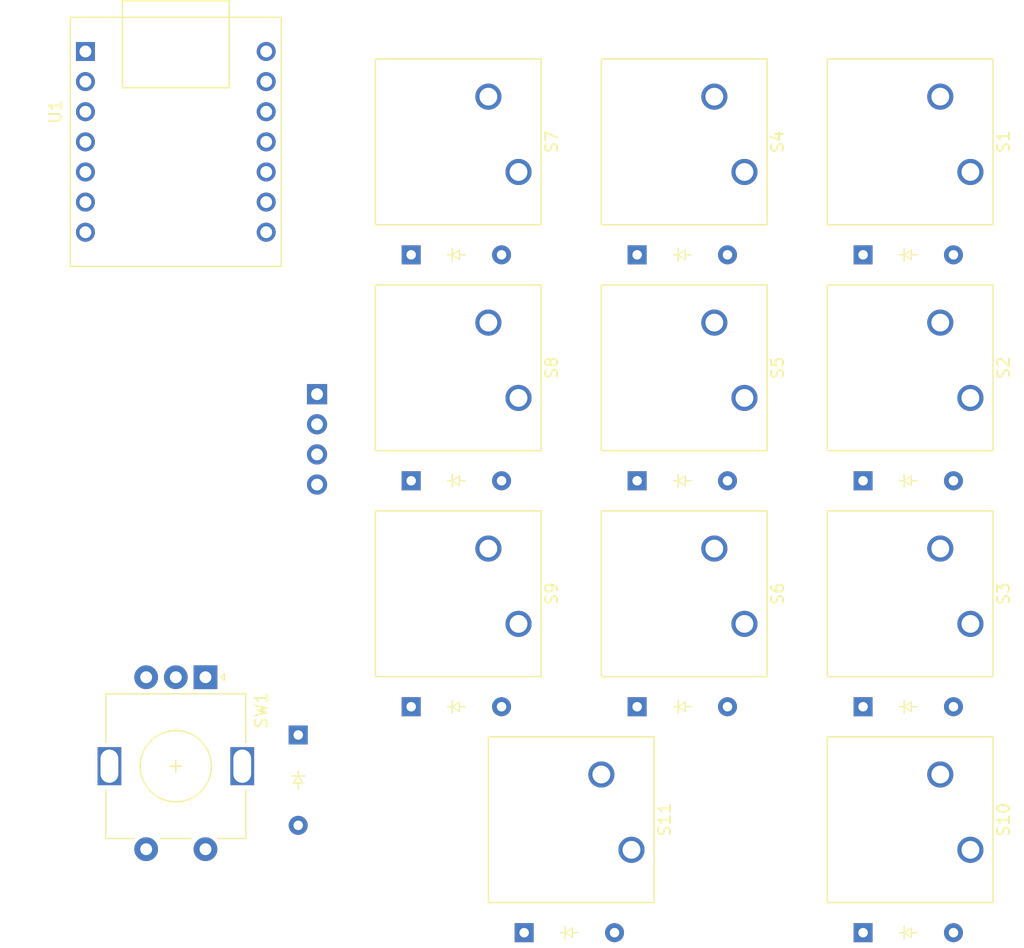
<source format=kicad_pcb>
(kicad_pcb (version 20240108) (generator "pcbnew") (generator_version "8.0")
  (layers (0 "F.Cu" signal) (31 "B.Cu" signal) (34 "B.Paste" user) (35 "F.Paste" user) (36 "B.SilkS" user "B.Silkscreen") (37 "F.SilkS" user "F.Silkscreen") (38 "B.Mask" user) (39 "F.Mask" user) (44 "Edge.Cuts" user))
  (net 0 "")
  (net 1 "Row 0")
  (net 2 "Net-(D1-A)")
  (net 3 "Net-(D2-A)")
  (net 4 "Net-(D3-A)")
  (net 5 "Row 1")
  (net 6 "Net-(D4-A)")
  (net 7 "Net-(D5-A)")
  (net 8 "Net-(D6-A)")
  (net 9 "Net-(D7-A)")
  (net 10 "Row 2")
  (net 11 "Net-(D8-A)")
  (net 12 "Net-(D9-A)")
  (net 13 "Net-(D10-A)")
  (net 14 "Net-(D11-A)")
  (net 15 "Net-(D12-A)")
  (net 16 "GND")
  (net 17 "SDA")
  (net 18 "+5V")
  (net 19 "SCL")
  (net 20 "Col 0")
  (net 21 "Col 1")
  (net 22 "Col 2")
  (net 23 "Col 3")
  (net 24 "Rot B")
  (net 25 "Rot A")
  (footprint "Rotary_Encoder:RotaryEncoder_Alps_EC11E-Switch_Vertical_H20mm" (layer "F.Cu") (at 82.66875 118.95625 -90)
    (property "Reference" "SW1" (at 2.8 -4.7 90) (layer "F.SilkS"))
    (property "Value" "RotaryEncoder_Switch")
    (fp_line (start 5.5 8.4) (end 1.4 8.4) (stroke (width 0.12)) (layer "F.SilkS"))
    (fp_line (start 13.6 8.4) (end 9.5 8.4) (stroke (width 0.12)) (layer "F.SilkS"))
    (fp_line (start 13.6 6) (end 13.6 8.4) (stroke (width 0.12)) (layer "F.SilkS"))
    (fp_line (start 7 2.5) (end 8 2.5) (stroke (width 0.12)) (layer "F.SilkS"))
    (fp_line (start 7.5 2) (end 7.5 3) (stroke (width 0.12)) (layer "F.SilkS"))
    (fp_line (start 13.6 1.2) (end 13.6 3.8) (stroke (width 0.12)) (layer "F.SilkS"))
    (fp_line (start 0 -1.3) (end -0.3 -1.6) (stroke (width 0.12)) (layer "F.SilkS"))
    (fp_line (start -0.3 -1.6) (end 0.3 -1.6) (stroke (width 0.12)) (layer "F.SilkS"))
    (fp_line (start 0.3 -1.6) (end 0 -1.3) (stroke (width 0.12)) (layer "F.SilkS"))
    (fp_line (start 1.4 -3.4) (end 1.4 8.4) (stroke (width 0.12)) (layer "F.SilkS"))
    (fp_line (start 5.5 -3.4) (end 1.4 -3.4) (stroke (width 0.12)) (layer "F.SilkS"))
    (fp_line (start 9.5 -3.4) (end 13.6 -3.4) (stroke (width 0.12)) (layer "F.SilkS"))
    (fp_line (start 13.6 -3.4) (end 13.6 -1) (stroke (width 0.12)) (layer "F.SilkS"))
    (fp_circle (center 7.5 2.5) (end 10.5 2.5) (stroke (width 0.12)) (fill none) (layer "F.SilkS"))
    (pad "A" thru_hole rect (at 0 0 270) (size 2 2) (drill 1) (layers "*.Cu" "*.Mask"))
    (pad "B" thru_hole circle (at 0 5 270) (size 2 2) (drill 1) (layers "*.Cu" "*.Mask"))
    (pad "C" thru_hole circle (at 0 2.5 270) (size 2 2) (drill 1) (layers "*.Cu" "*.Mask") (net 16 "GND"))
    (pad "MP" thru_hole rect (at 7.5 -3.1 270) (size 3.2 2) (drill oval 2.8 1.5) (layers "*.Cu" "*.Mask"))
    (pad "MP" thru_hole rect (at 7.5 8.1 270) (size 3.2 2) (drill oval 2.8 1.5) (layers "*.Cu" "*.Mask"))
    (pad "S1" thru_hole circle (at 14.5 5 270) (size 2 2) (drill 1) (layers "*.Cu" "*.Mask") (net 23 "Col 3"))
    (pad "S2" thru_hole circle (at 14.5 0 270) (size 2 2) (drill 1) (layers "*.Cu" "*.Mask") (net 15 "Net-(D12-A)"))
  )
  (footprint "ScottoKeebs_Components:Diode_DO-35" (layer "F.Cu") (at 138.1125 140.49375)
    (property "Reference" "D7" (hide yes))
    (property "Value" "Diode" (hide yes))
    (fp_line (start 3.06 0) (end 3.46 0) (stroke (width 0.1)) (layer "F.SilkS"))
    (fp_line (start 3.46 -0.55) (end 3.46 0.55) (stroke (width 0.1)) (layer "F.SilkS"))
    (fp_line (start 3.46 0) (end 4.06 -0.4) (stroke (width 0.1)) (layer "F.SilkS"))
    (fp_line (start 4.06 -0.4) (end 4.06 0.4) (stroke (width 0.1)) (layer "F.SilkS"))
    (fp_line (start 4.06 0) (end 4.56 0) (stroke (width 0.1)) (layer "F.SilkS"))
    (fp_line (start 4.06 0.4) (end 3.46 0) (stroke (width 0.1)) (layer "F.SilkS"))
    (pad "1" thru_hole rect (at 0 0) (size 1.6 1.6) (drill 0.8) (layers "*.Cu" "*.Mask"))
    (pad "2" thru_hole oval (at 7.62 0) (size 1.6 1.6) (drill 0.8) (layers "*.Cu" "*.Mask"))
  )
  (footprint "ScottoKeebs_Components:Diode_DO-35" (layer "F.Cu") (at 119.0625 121.44375)
    (property "Reference" "D5" (hide yes))
    (property "Value" "Diode" (hide yes))
    (fp_line (start 3.06 0) (end 3.46 0) (stroke (width 0.1)) (layer "F.SilkS"))
    (fp_line (start 3.46 -0.55) (end 3.46 0.55) (stroke (width 0.1)) (layer "F.SilkS"))
    (fp_line (start 3.46 0) (end 4.06 -0.4) (stroke (width 0.1)) (layer "F.SilkS"))
    (fp_line (start 4.06 -0.4) (end 4.06 0.4) (stroke (width 0.1)) (layer "F.SilkS"))
    (fp_line (start 4.06 0) (end 4.56 0) (stroke (width 0.1)) (layer "F.SilkS"))
    (fp_line (start 4.06 0.4) (end 3.46 0) (stroke (width 0.1)) (layer "F.SilkS"))
    (pad "1" thru_hole rect (at 0 0) (size 1.6 1.6) (drill 0.8) (layers "*.Cu" "*.Mask") (net 5 "Row 1"))
    (pad "2" thru_hole oval (at 7.62 0) (size 1.6 1.6) (drill 0.8) (layers "*.Cu" "*.Mask"))
  )
  (footprint "ScottoKeebs_Components:Diode_DO-35" (layer "F.Cu") (at 100.0125 83.34375)
    (property "Reference" "D10" (hide yes))
    (property "Value" "Diode" (hide yes))
    (fp_line (start 3.06 0) (end 3.46 0) (stroke (width 0.1)) (layer "F.SilkS"))
    (fp_line (start 3.46 -0.55) (end 3.46 0.55) (stroke (width 0.1)) (layer "F.SilkS"))
    (fp_line (start 3.46 0) (end 4.06 -0.4) (stroke (width 0.1)) (layer "F.SilkS"))
    (fp_line (start 4.06 -0.4) (end 4.06 0.4) (stroke (width 0.1)) (layer "F.SilkS"))
    (fp_line (start 4.06 0) (end 4.56 0) (stroke (width 0.1)) (layer "F.SilkS"))
    (fp_line (start 4.06 0.4) (end 3.46 0) (stroke (width 0.1)) (layer "F.SilkS"))
    (pad "1" thru_hole rect (at 0 0) (size 1.6 1.6) (drill 0.8) (layers "*.Cu" "*.Mask") (net 1 "Row 0"))
    (pad "2" thru_hole oval (at 7.62 0) (size 1.6 1.6) (drill 0.8) (layers "*.Cu" "*.Mask"))
  )
  (footprint "Button_Switch_Keyboard:SW_Cherry_MX_1.00u_PCB" (layer "F.Cu") (at 128.11125 76.35875 -90)
    (property "Reference" "S4" (at -2.54 -2.794 90) (layer "F.SilkS"))
    (property "Value" "Keyswitch")
    (fp_line (start -9.525 12.065) (end -9.525 -1.905) (stroke (width 0.12)) (layer "F.SilkS"))
    (fp_line (start 4.445 12.065) (end -9.525 12.065) (stroke (width 0.12)) (layer "F.SilkS"))
    (fp_line (start -9.525 -1.905) (end 4.445 -1.905) (stroke (width 0.12)) (layer "F.SilkS"))
    (fp_line (start 4.445 -1.905) (end 4.445 12.065) (stroke (width 0.12)) (layer "F.SilkS"))
    (pad "" np_thru_hole circle (at -7.62 5.08 270) (size 1.7 1.7) (drill 1.7) (layers "*.Cu" "*.Mask"))
    (pad "" np_thru_hole circle (at -2.54 5.08 270) (size 4 4) (drill 4) (layers "*.Cu" "*.Mask"))
    (pad "" np_thru_hole circle (at 2.54 5.08 270) (size 1.7 1.7) (drill 1.7) (layers "*.Cu" "*.Mask"))
    (pad "1" thru_hole circle (at 0 0 270) (size 2.2 2.2) (drill 1.5) (layers "*.Cu" "*.Mask") (net 20 "Col 0"))
    (pad "2" thru_hole circle (at -6.35 2.54 270) (size 2.2 2.2) (drill 1.5) (layers "*.Cu" "*.Mask") (net 6 "Net-(D4-A)"))
  )
  (footprint "Button_Switch_Keyboard:SW_Cherry_MX_1.00u_PCB" (layer "F.Cu") (at 147.16125 133.50875 -90)
    (property "Reference" "S10" (at -2.54 -2.794 90) (layer "F.SilkS"))
    (property "Value" "Keyswitch")
    (fp_line (start -9.525 12.065) (end -9.525 -1.905) (stroke (width 0.12)) (layer "F.SilkS"))
    (fp_line (start 4.445 12.065) (end -9.525 12.065) (stroke (width 0.12)) (layer "F.SilkS"))
    (fp_line (start -9.525 -1.905) (end 4.445 -1.905) (stroke (width 0.12)) (layer "F.SilkS"))
    (fp_line (start 4.445 -1.905) (end 4.445 12.065) (stroke (width 0.12)) (layer "F.SilkS"))
    (pad "" np_thru_hole circle (at -7.62 5.08 270) (size 1.7 1.7) (drill 1.7) (layers "*.Cu" "*.Mask"))
    (pad "" np_thru_hole circle (at -2.54 5.08 270) (size 4 4) (drill 4) (layers "*.Cu" "*.Mask"))
    (pad "" np_thru_hole circle (at 2.54 5.08 270) (size 1.7 1.7) (drill 1.7) (layers "*.Cu" "*.Mask"))
    (pad "1" thru_hole circle (at 0 0 270) (size 2.2 2.2) (drill 1.5) (layers "*.Cu" "*.Mask"))
    (pad "2" thru_hole circle (at -6.35 2.54 270) (size 2.2 2.2) (drill 1.5) (layers "*.Cu" "*.Mask") (net 13 "Net-(D10-A)"))
  )
  (footprint "ScottoKeebs_Components:Diode_DO-35" (layer "F.Cu") (at 109.5375 140.49375)
    (property "Reference" "D8" (hide yes))
    (property "Value" "Diode" (hide yes))
    (fp_line (start 3.06 0) (end 3.46 0) (stroke (width 0.1)) (layer "F.SilkS"))
    (fp_line (start 3.46 -0.55) (end 3.46 0.55) (stroke (width 0.1)) (layer "F.SilkS"))
    (fp_line (start 3.46 0) (end 4.06 -0.4) (stroke (width 0.1)) (layer "F.SilkS"))
    (fp_line (start 4.06 -0.4) (end 4.06 0.4) (stroke (width 0.1)) (layer "F.SilkS"))
    (fp_line (start 4.06 0) (end 4.56 0) (stroke (width 0.1)) (layer "F.SilkS"))
    (fp_line (start 4.06 0.4) (end 3.46 0) (stroke (width 0.1)) (layer "F.SilkS"))
    (pad "1" thru_hole rect (at 0 0) (size 1.6 1.6) (drill 0.8) (layers "*.Cu" "*.Mask") (net 10 "Row 2"))
    (pad "2" thru_hole oval (at 7.62 0) (size 1.6 1.6) (drill 0.8) (layers "*.Cu" "*.Mask"))
  )
  (footprint "ScottoKeebs_Components:Diode_DO-35" (layer "F.Cu") (at 100.0125 102.39375)
    (property "Reference" "D9" (hide yes))
    (property "Value" "Diode" (hide yes))
    (fp_line (start 3.06 0) (end 3.46 0) (stroke (width 0.1)) (layer "F.SilkS"))
    (fp_line (start 3.46 -0.55) (end 3.46 0.55) (stroke (width 0.1)) (layer "F.SilkS"))
    (fp_line (start 3.46 0) (end 4.06 -0.4) (stroke (width 0.1)) (layer "F.SilkS"))
    (fp_line (start 4.06 -0.4) (end 4.06 0.4) (stroke (width 0.1)) (layer "F.SilkS"))
    (fp_line (start 4.06 0) (end 4.56 0) (stroke (width 0.1)) (layer "F.SilkS"))
    (fp_line (start 4.06 0.4) (end 3.46 0) (stroke (width 0.1)) (layer "F.SilkS"))
    (pad "1" thru_hole rect (at 0 0) (size 1.6 1.6) (drill 0.8) (layers "*.Cu" "*.Mask") (net 10 "Row 2"))
    (pad "2" thru_hole oval (at 7.62 0) (size 1.6 1.6) (drill 0.8) (layers "*.Cu" "*.Mask"))
  )
  (footprint "ScottoKeebs_Components:Diode_DO-35" (layer "F.Cu") (at 100.0125 121.44375)
    (property "Reference" "D6" (hide yes))
    (property "Value" "Diode" (hide yes))
    (fp_line (start 3.06 0) (end 3.46 0) (stroke (width 0.1)) (layer "F.SilkS"))
    (fp_line (start 3.46 -0.55) (end 3.46 0.55) (stroke (width 0.1)) (layer "F.SilkS"))
    (fp_line (start 3.46 0) (end 4.06 -0.4) (stroke (width 0.1)) (layer "F.SilkS"))
    (fp_line (start 4.06 -0.4) (end 4.06 0.4) (stroke (width 0.1)) (layer "F.SilkS"))
    (fp_line (start 4.06 0) (end 4.56 0) (stroke (width 0.1)) (layer "F.SilkS"))
    (fp_line (start 4.06 0.4) (end 3.46 0) (stroke (width 0.1)) (layer "F.SilkS"))
    (pad "1" thru_hole rect (at 0 0) (size 1.6 1.6) (drill 0.8) (layers "*.Cu" "*.Mask") (net 5 "Row 1"))
    (pad "2" thru_hole oval (at 7.62 0) (size 1.6 1.6) (drill 0.8) (layers "*.Cu" "*.Mask"))
  )
  (footprint "Button_Switch_Keyboard:SW_Cherry_MX_1.00u_PCB" (layer "F.Cu") (at 147.16125 95.40875 -90)
    (property "Reference" "S2" (at -2.54 -2.794 90) (layer "F.SilkS"))
    (property "Value" "Keyswitch")
    (fp_line (start -9.525 12.065) (end -9.525 -1.905) (stroke (width 0.12)) (layer "F.SilkS"))
    (fp_line (start 4.445 12.065) (end -9.525 12.065) (stroke (width 0.12)) (layer "F.SilkS"))
    (fp_line (start -9.525 -1.905) (end 4.445 -1.905) (stroke (width 0.12)) (layer "F.SilkS"))
    (fp_line (start 4.445 -1.905) (end 4.445 12.065) (stroke (width 0.12)) (layer "F.SilkS"))
    (pad "" np_thru_hole circle (at -7.62 5.08 270) (size 1.7 1.7) (drill 1.7) (layers "*.Cu" "*.Mask"))
    (pad "" np_thru_hole circle (at -2.54 5.08 270) (size 4 4) (drill 4) (layers "*.Cu" "*.Mask"))
    (pad "" np_thru_hole circle (at 2.54 5.08 270) (size 1.7 1.7) (drill 1.7) (layers "*.Cu" "*.Mask"))
    (pad "1" thru_hole circle (at 0 0 270) (size 2.2 2.2) (drill 1.5) (layers "*.Cu" "*.Mask"))
    (pad "2" thru_hole circle (at -6.35 2.54 270) (size 2.2 2.2) (drill 1.5) (layers "*.Cu" "*.Mask") (net 2 "Net-(D1-A)"))
  )
  (footprint "Button_Switch_Keyboard:SW_Cherry_MX_1.00u_PCB" (layer "F.Cu") (at 147.16125 76.35875 -90)
    (property "Reference" "S1" (at -2.54 -2.794 90) (layer "F.SilkS"))
    (property "Value" "Keyswitch")
    (fp_line (start -9.525 12.065) (end -9.525 -1.905) (stroke (width 0.12)) (layer "F.SilkS"))
    (fp_line (start 4.445 12.065) (end -9.525 12.065) (stroke (width 0.12)) (layer "F.SilkS"))
    (fp_line (start -9.525 -1.905) (end 4.445 -1.905) (stroke (width 0.12)) (layer "F.SilkS"))
    (fp_line (start 4.445 -1.905) (end 4.445 12.065) (stroke (width 0.12)) (layer "F.SilkS"))
    (pad "" np_thru_hole circle (at -7.62 5.08 270) (size 1.7 1.7) (drill 1.7) (layers "*.Cu" "*.Mask"))
    (pad "" np_thru_hole circle (at -2.54 5.08 270) (size 4 4) (drill 4) (layers "*.Cu" "*.Mask"))
    (pad "" np_thru_hole circle (at 2.54 5.08 270) (size 1.7 1.7) (drill 1.7) (layers "*.Cu" "*.Mask"))
    (pad "1" thru_hole circle (at 0 0 270) (size 2.2 2.2) (drill 1.5) (layers "*.Cu" "*.Mask"))
    (pad "2" thru_hole circle (at -6.35 2.54 270) (size 2.2 2.2) (drill 1.5) (layers "*.Cu" "*.Mask") (net 4 "Net-(D3-A)"))
  )
  (footprint "Button_Switch_Keyboard:SW_Cherry_MX_1.00u_PCB" (layer "F.Cu") (at 109.06125 95.40875 -90)
    (property "Reference" "S8" (at -2.54 -2.794 90) (layer "F.SilkS"))
    (property "Value" "Keyswitch")
    (fp_line (start -9.525 12.065) (end -9.525 -1.905) (stroke (width 0.12)) (layer "F.SilkS"))
    (fp_line (start 4.445 12.065) (end -9.525 12.065) (stroke (width 0.12)) (layer "F.SilkS"))
    (fp_line (start -9.525 -1.905) (end 4.445 -1.905) (stroke (width 0.12)) (layer "F.SilkS"))
    (fp_line (start 4.445 -1.905) (end 4.445 12.065) (stroke (width 0.12)) (layer "F.SilkS"))
    (pad "" np_thru_hole circle (at -7.62 5.08 270) (size 1.7 1.7) (drill 1.7) (layers "*.Cu" "*.Mask"))
    (pad "" np_thru_hole circle (at -2.54 5.08 270) (size 4 4) (drill 4) (layers "*.Cu" "*.Mask"))
    (pad "" np_thru_hole circle (at 2.54 5.08 270) (size 1.7 1.7) (drill 1.7) (layers "*.Cu" "*.Mask"))
    (pad "1" thru_hole circle (at 0 0 270) (size 2.2 2.2) (drill 1.5) (layers "*.Cu" "*.Mask") (net 21 "Col 1"))
    (pad "2" thru_hole circle (at -6.35 2.54 270) (size 2.2 2.2) (drill 1.5) (layers "*.Cu" "*.Mask") (net 11 "Net-(D8-A)"))
  )
  (footprint "ScottoKeebs_Components:Diode_DO-35" (layer "F.Cu") (at 138.1125 102.39375)
    (property "Reference" "D3" (hide yes))
    (property "Value" "Diode" (hide yes))
    (fp_line (start 3.06 0) (end 3.46 0) (stroke (width 0.1)) (layer "F.SilkS"))
    (fp_line (start 3.46 -0.55) (end 3.46 0.55) (stroke (width 0.1)) (layer "F.SilkS"))
    (fp_line (start 3.46 0) (end 4.06 -0.4) (stroke (width 0.1)) (layer "F.SilkS"))
    (fp_line (start 4.06 -0.4) (end 4.06 0.4) (stroke (width 0.1)) (layer "F.SilkS"))
    (fp_line (start 4.06 0) (end 4.56 0) (stroke (width 0.1)) (layer "F.SilkS"))
    (fp_line (start 4.06 0.4) (end 3.46 0) (stroke (width 0.1)) (layer "F.SilkS"))
    (pad "1" thru_hole rect (at 0 0) (size 1.6 1.6) (drill 0.8) (layers "*.Cu" "*.Mask") (net 1 "Row 0"))
    (pad "2" thru_hole oval (at 7.62 0) (size 1.6 1.6) (drill 0.8) (layers "*.Cu" "*.Mask"))
  )
  (footprint "ScottoKeebs_Components:Diode_DO-35" (layer "F.Cu") (at 119.0625 102.39375)
    (property "Reference" "D2" (hide yes))
    (property "Value" "Diode" (hide yes))
    (fp_line (start 3.06 0) (end 3.46 0) (stroke (width 0.1)) (layer "F.SilkS"))
    (fp_line (start 3.46 -0.55) (end 3.46 0.55) (stroke (width 0.1)) (layer "F.SilkS"))
    (fp_line (start 3.46 0) (end 4.06 -0.4) (stroke (width 0.1)) (layer "F.SilkS"))
    (fp_line (start 4.06 -0.4) (end 4.06 0.4) (stroke (width 0.1)) (layer "F.SilkS"))
    (fp_line (start 4.06 0) (end 4.56 0) (stroke (width 0.1)) (layer "F.SilkS"))
    (fp_line (start 4.06 0.4) (end 3.46 0) (stroke (width 0.1)) (layer "F.SilkS"))
    (pad "1" thru_hole rect (at 0 0) (size 1.6 1.6) (drill 0.8) (layers "*.Cu" "*.Mask") (net 1 "Row 0"))
    (pad "2" thru_hole oval (at 7.62 0) (size 1.6 1.6) (drill 0.8) (layers "*.Cu" "*.Mask"))
  )
  (footprint "Button_Switch_Keyboard:SW_Cherry_MX_1.00u_PCB" (layer "F.Cu") (at 118.58625 133.50875 -90)
    (property "Reference" "S11" (at -2.54 -2.794 90) (layer "F.SilkS"))
    (property "Value" "Keyswitch")
    (fp_line (start -9.525 12.065) (end -9.525 -1.905) (stroke (width 0.12)) (layer "F.SilkS"))
    (fp_line (start 4.445 12.065) (end -9.525 12.065) (stroke (width 0.12)) (layer "F.SilkS"))
    (fp_line (start -9.525 -1.905) (end 4.445 -1.905) (stroke (width 0.12)) (layer "F.SilkS"))
    (fp_line (start 4.445 -1.905) (end 4.445 12.065) (stroke (width 0.12)) (layer "F.SilkS"))
    (pad "" np_thru_hole circle (at -7.62 5.08 270) (size 1.7 1.7) (drill 1.7) (layers "*.Cu" "*.Mask"))
    (pad "" np_thru_hole circle (at -2.54 5.08 270) (size 4 4) (drill 4) (layers "*.Cu" "*.Mask"))
    (pad "" np_thru_hole circle (at 2.54 5.08 270) (size 1.7 1.7) (drill 1.7) (layers "*.Cu" "*.Mask"))
    (pad "1" thru_hole circle (at 0 0 270) (size 2.2 2.2) (drill 1.5) (layers "*.Cu" "*.Mask") (net 23 "Col 3"))
    (pad "2" thru_hole circle (at -6.35 2.54 270) (size 2.2 2.2) (drill 1.5) (layers "*.Cu" "*.Mask") (net 14 "Net-(D11-A)"))
  )
  (footprint "Button_Switch_Keyboard:SW_Cherry_MX_1.00u_PCB" (layer "F.Cu") (at 128.11125 95.40875 -90)
    (property "Reference" "S5" (at -2.54 -2.794 90) (layer "F.SilkS"))
    (property "Value" "Keyswitch")
    (fp_line (start -9.525 12.065) (end -9.525 -1.905) (stroke (width 0.12)) (layer "F.SilkS"))
    (fp_line (start 4.445 12.065) (end -9.525 12.065) (stroke (width 0.12)) (layer "F.SilkS"))
    (fp_line (start -9.525 -1.905) (end 4.445 -1.905) (stroke (width 0.12)) (layer "F.SilkS"))
    (fp_line (start 4.445 -1.905) (end 4.445 12.065) (stroke (width 0.12)) (layer "F.SilkS"))
    (pad "" np_thru_hole circle (at -7.62 5.08 270) (size 1.7 1.7) (drill 1.7) (layers "*.Cu" "*.Mask"))
    (pad "" np_thru_hole circle (at -2.54 5.08 270) (size 4 4) (drill 4) (layers "*.Cu" "*.Mask"))
    (pad "" np_thru_hole circle (at 2.54 5.08 270) (size 1.7 1.7) (drill 1.7) (layers "*.Cu" "*.Mask"))
    (pad "1" thru_hole circle (at 0 0 270) (size 2.2 2.2) (drill 1.5) (layers "*.Cu" "*.Mask") (net 21 "Col 1"))
    (pad "2" thru_hole circle (at -6.35 2.54 270) (size 2.2 2.2) (drill 1.5) (layers "*.Cu" "*.Mask") (net 7 "Net-(D5-A)"))
  )
  (footprint "ScottoKeebs_Components:OLED_128x64" (layer "F.Cu") (at 92.075 98.90125 -90)
    (property "Reference" "J1" (hide yes))
    (property "Value" "OLED_128x64")
    (pad "1" thru_hole rect (at -3.81 0) (size 1.7 1.7) (drill 1) (layers "*.Cu" "*.Mask"))
    (pad "2" thru_hole oval (at -1.27 0) (size 1.7 1.7) (drill 1) (layers "*.Cu" "*.Mask"))
    (pad "3" thru_hole oval (at 1.27 0) (size 1.7 1.7) (drill 1) (layers "*.Cu" "*.Mask"))
    (pad "4" thru_hole oval (at 3.81 0) (size 1.7 1.7) (drill 1) (layers "*.Cu" "*.Mask"))
  )
  (footprint "ScottoKeebs_Components:Diode_DO-35" (layer "F.Cu") (at 90.4875 123.825 -90)
    (property "Reference" "D12" (hide yes))
    (property "Value" "Diode" (hide yes))
    (fp_line (start 4.06 0.4) (end 3.46 0) (stroke (width 0.1)) (layer "F.SilkS"))
    (fp_line (start 3.06 0) (end 3.46 0) (stroke (width 0.1)) (layer "F.SilkS"))
    (fp_line (start 3.46 0) (end 4.06 -0.4) (stroke (width 0.1)) (layer "F.SilkS"))
    (fp_line (start 4.06 0) (end 4.56 0) (stroke (width 0.1)) (layer "F.SilkS"))
    (fp_line (start 4.06 -0.4) (end 4.06 0.4) (stroke (width 0.1)) (layer "F.SilkS"))
    (fp_line (start 3.46 -0.55) (end 3.46 0.55) (stroke (width 0.1)) (layer "F.SilkS"))
    (pad "1" thru_hole rect (at 0 0 270) (size 1.6 1.6) (drill 0.8) (layers "*.Cu" "*.Mask") (net 10 "Row 2"))
    (pad "2" thru_hole oval (at 7.62 0 270) (size 1.6 1.6) (drill 0.8) (layers "*.Cu" "*.Mask"))
  )
  (footprint "Button_Switch_Keyboard:SW_Cherry_MX_1.00u_PCB" (layer "F.Cu") (at 109.06125 114.45875 -90)
    (property "Reference" "S9" (at -2.54 -2.794 90) (layer "F.SilkS"))
    (property "Value" "Keyswitch")
    (fp_line (start -9.525 12.065) (end -9.525 -1.905) (stroke (width 0.12)) (layer "F.SilkS"))
    (fp_line (start 4.445 12.065) (end -9.525 12.065) (stroke (width 0.12)) (layer "F.SilkS"))
    (fp_line (start -9.525 -1.905) (end 4.445 -1.905) (stroke (width 0.12)) (layer "F.SilkS"))
    (fp_line (start 4.445 -1.905) (end 4.445 12.065) (stroke (width 0.12)) (layer "F.SilkS"))
    (pad "" np_thru_hole circle (at -7.62 5.08 270) (size 1.7 1.7) (drill 1.7) (layers "*.Cu" "*.Mask"))
    (pad "" np_thru_hole circle (at -2.54 5.08 270) (size 4 4) (drill 4) (layers "*.Cu" "*.Mask"))
    (pad "" np_thru_hole circle (at 2.54 5.08 270) (size 1.7 1.7) (drill 1.7) (layers "*.Cu" "*.Mask"))
    (pad "1" thru_hole circle (at 0 0 270) (size 2.2 2.2) (drill 1.5) (layers "*.Cu" "*.Mask") (net 22 "Col 2"))
    (pad "2" thru_hole circle (at -6.35 2.54 270) (size 2.2 2.2) (drill 1.5) (layers "*.Cu" "*.Mask") (net 12 "Net-(D9-A)"))
  )
  (footprint "ScottoKeebs_Components:Diode_DO-35" (layer "F.Cu") (at 138.1125 121.44375)
    (property "Reference" "D4" (hide yes))
    (property "Value" "Diode" (hide yes))
    (fp_line (start 3.06 0) (end 3.46 0) (stroke (width 0.1)) (layer "F.SilkS"))
    (fp_line (start 3.46 -0.55) (end 3.46 0.55) (stroke (width 0.1)) (layer "F.SilkS"))
    (fp_line (start 3.46 0) (end 4.06 -0.4) (stroke (width 0.1)) (layer "F.SilkS"))
    (fp_line (start 4.06 -0.4) (end 4.06 0.4) (stroke (width 0.1)) (layer "F.SilkS"))
    (fp_line (start 4.06 0) (end 4.56 0) (stroke (width 0.1)) (layer "F.SilkS"))
    (fp_line (start 4.06 0.4) (end 3.46 0) (stroke (width 0.1)) (layer "F.SilkS"))
    (pad "1" thru_hole rect (at 0 0) (size 1.6 1.6) (drill 0.8) (layers "*.Cu" "*.Mask"))
    (pad "2" thru_hole oval (at 7.62 0) (size 1.6 1.6) (drill 0.8) (layers "*.Cu" "*.Mask"))
  )
  (footprint "ScottoKeebs_Components:Diode_DO-35" (layer "F.Cu") (at 138.1125 83.34375)
    (property "Reference" "D11" (hide yes))
    (property "Value" "Diode" (hide yes))
    (fp_line (start 3.06 0) (end 3.46 0) (stroke (width 0.1)) (layer "F.SilkS"))
    (fp_line (start 3.46 -0.55) (end 3.46 0.55) (stroke (width 0.1)) (layer "F.SilkS"))
    (fp_line (start 3.46 0) (end 4.06 -0.4) (stroke (width 0.1)) (layer "F.SilkS"))
    (fp_line (start 4.06 -0.4) (end 4.06 0.4) (stroke (width 0.1)) (layer "F.SilkS"))
    (fp_line (start 4.06 0) (end 4.56 0) (stroke (width 0.1)) (layer "F.SilkS"))
    (fp_line (start 4.06 0.4) (end 3.46 0) (stroke (width 0.1)) (layer "F.SilkS"))
    (pad "1" thru_hole rect (at 0 0) (size 1.6 1.6) (drill 0.8) (layers "*.Cu" "*.Mask") (net 5 "Row 1"))
    (pad "2" thru_hole oval (at 7.62 0) (size 1.6 1.6) (drill 0.8) (layers "*.Cu" "*.Mask"))
  )
  (footprint "Button_Switch_Keyboard:SW_Cherry_MX_1.00u_PCB" (layer "F.Cu") (at 128.11125 114.45875 -90)
    (property "Reference" "S6" (at -2.54 -2.794 90) (layer "F.SilkS"))
    (property "Value" "Keyswitch")
    (fp_line (start -9.525 12.065) (end -9.525 -1.905) (stroke (width 0.12)) (layer "F.SilkS"))
    (fp_line (start 4.445 12.065) (end -9.525 12.065) (stroke (width 0.12)) (layer "F.SilkS"))
    (fp_line (start -9.525 -1.905) (end 4.445 -1.905) (stroke (width 0.12)) (layer "F.SilkS"))
    (fp_line (start 4.445 -1.905) (end 4.445 12.065) (stroke (width 0.12)) (layer "F.SilkS"))
    (pad "" np_thru_hole circle (at -7.62 5.08 270) (size 1.7 1.7) (drill 1.7) (layers "*.Cu" "*.Mask"))
    (pad "" np_thru_hole circle (at -2.54 5.08 270) (size 4 4) (drill 4) (layers "*.Cu" "*.Mask"))
    (pad "" np_thru_hole circle (at 2.54 5.08 270) (size 1.7 1.7) (drill 1.7) (layers "*.Cu" "*.Mask"))
    (pad "1" thru_hole circle (at 0 0 270) (size 2.2 2.2) (drill 1.5) (layers "*.Cu" "*.Mask") (net 22 "Col 2"))
    (pad "2" thru_hole circle (at -6.35 2.54 270) (size 2.2 2.2) (drill 1.5) (layers "*.Cu" "*.Mask") (net 8 "Net-(D6-A)"))
  )
  (footprint "Button_Switch_Keyboard:SW_Cherry_MX_1.00u_PCB" (layer "F.Cu") (at 109.06125 76.35875 -90)
    (property "Reference" "S7" (at -2.54 -2.794 90) (layer "F.SilkS"))
    (property "Value" "Keyswitch")
    (fp_line (start -9.525 12.065) (end -9.525 -1.905) (stroke (width 0.12)) (layer "F.SilkS"))
    (fp_line (start 4.445 12.065) (end -9.525 12.065) (stroke (width 0.12)) (layer "F.SilkS"))
    (fp_line (start -9.525 -1.905) (end 4.445 -1.905) (stroke (width 0.12)) (layer "F.SilkS"))
    (fp_line (start 4.445 -1.905) (end 4.445 12.065) (stroke (width 0.12)) (layer "F.SilkS"))
    (pad "" np_thru_hole circle (at -7.62 5.08 270) (size 1.7 1.7) (drill 1.7) (layers "*.Cu" "*.Mask"))
    (pad "" np_thru_hole circle (at -2.54 5.08 270) (size 4 4) (drill 4) (layers "*.Cu" "*.Mask"))
    (pad "" np_thru_hole circle (at 2.54 5.08 270) (size 1.7 1.7) (drill 1.7) (layers "*.Cu" "*.Mask"))
    (pad "1" thru_hole circle (at 0 0 270) (size 2.2 2.2) (drill 1.5) (layers "*.Cu" "*.Mask") (net 20 "Col 0"))
    (pad "2" thru_hole circle (at -6.35 2.54 270) (size 2.2 2.2) (drill 1.5) (layers "*.Cu" "*.Mask") (net 9 "Net-(D7-A)"))
  )
  (footprint "Button_Switch_Keyboard:SW_Cherry_MX_1.00u_PCB" (layer "F.Cu") (at 147.16125 114.45875 -90)
    (property "Reference" "S3" (at -2.54 -2.794 90) (layer "F.SilkS"))
    (property "Value" "Keyswitch")
    (fp_line (start -9.525 12.065) (end -9.525 -1.905) (stroke (width 0.12)) (layer "F.SilkS"))
    (fp_line (start 4.445 12.065) (end -9.525 12.065) (stroke (width 0.12)) (layer "F.SilkS"))
    (fp_line (start -9.525 -1.905) (end 4.445 -1.905) (stroke (width 0.12)) (layer "F.SilkS"))
    (fp_line (start 4.445 -1.905) (end 4.445 12.065) (stroke (width 0.12)) (layer "F.SilkS"))
    (pad "" np_thru_hole circle (at -7.62 5.08 270) (size 1.7 1.7) (drill 1.7) (layers "*.Cu" "*.Mask"))
    (pad "" np_thru_hole circle (at -2.54 5.08 270) (size 4 4) (drill 4) (layers "*.Cu" "*.Mask"))
    (pad "" np_thru_hole circle (at 2.54 5.08 270) (size 1.7 1.7) (drill 1.7) (layers "*.Cu" "*.Mask"))
    (pad "1" thru_hole circle (at 0 0 270) (size 2.2 2.2) (drill 1.5) (layers "*.Cu" "*.Mask"))
    (pad "2" thru_hole circle (at -6.35 2.54 270) (size 2.2 2.2) (drill 1.5) (layers "*.Cu" "*.Mask") (net 3 "Net-(D2-A)"))
  )
  (footprint "ScottoKeebs_Components:Diode_DO-35" (layer "F.Cu") (at 119.0625 83.34375)
    (property "Reference" "D1" (hide yes))
    (property "Value" "Diode" (hide yes))
    (fp_line (start 3.06 0) (end 3.46 0) (stroke (width 0.1)) (layer "F.SilkS"))
    (fp_line (start 3.46 -0.55) (end 3.46 0.55) (stroke (width 0.1)) (layer "F.SilkS"))
    (fp_line (start 3.46 0) (end 4.06 -0.4) (stroke (width 0.1)) (layer "F.SilkS"))
    (fp_line (start 4.06 -0.4) (end 4.06 0.4) (stroke (width 0.1)) (layer "F.SilkS"))
    (fp_line (start 4.06 0) (end 4.56 0) (stroke (width 0.1)) (layer "F.SilkS"))
    (fp_line (start 4.06 0.4) (end 3.46 0) (stroke (width 0.1)) (layer "F.SilkS"))
    (pad "1" thru_hole rect (at 0 0) (size 1.6 1.6) (drill 0.8) (layers "*.Cu" "*.Mask"))
    (pad "2" thru_hole oval (at 7.62 0) (size 1.6 1.6) (drill 0.8) (layers "*.Cu" "*.Mask"))
  )
  (footprint "XIAO_PCB:MOUDLE14P-2.54-21X17.8MM" (layer "F.Cu") (at 80.16875 73.81875 90)
    (property "Reference" "U1" (at 2.54 -10.16 90) (layer "F.SilkS"))
    (property "Value" "MOUDLE-SEEEDUINO-XIAO")
    (fp_rect (start -10.5 -8.89) (end 10.5 8.89) (stroke (width 0.12)) (fill none) (layer "F.SilkS"))
    (fp_rect (start 4.57 -4.5) (end 11.9 4.5) (stroke (width 0.12)) (fill none) (layer "F.SilkS"))
    (pad "1" thru_hole rect (at 7.62 -7.62 90) (size 1.6 1.6) (drill 1) (layers "*.Cu" "*.Mask") (net 23 "Col 3"))
    (pad "2" thru_hole circle (at 5.08 -7.62 90) (size 1.6 1.6) (drill 1) (layers "*.Cu" "*.Mask") (net 22 "Col 2"))
    (pad "3" thru_hole circle (at 2.54 -7.62 90) (size 1.6 1.6) (drill 1) (layers "*.Cu" "*.Mask") (net 21 "Col 1"))
    (pad "4" thru_hole circle (at 0 -7.62 90) (size 1.6 1.6) (drill 1) (layers "*.Cu" "*.Mask") (net 20 "Col 0"))
    (pad "5" thru_hole circle (at -2.54 -7.62 90) (size 1.6 1.6) (drill 1) (layers "*.Cu" "*.Mask") (net 17 "SDA"))
    (pad "6" thru_hole circle (at -5.08 -7.62 90) (size 1.6 1.6) (drill 1) (layers "*.Cu" "*.Mask") (net 19 "SCL"))
    (pad "7" thru_hole circle (at -7.62 -7.62 90) (size 1.6 1.6) (drill 1) (layers "*.Cu" "*.Mask") (net 25 "Rot A"))
    (pad "8" thru_hole circle (at -7.62 7.62 90) (size 1.6 1.6) (drill 1) (layers "*.Cu" "*.Mask") (net 24 "Rot B"))
    (pad "9" thru_hole circle (at -5.08 7.62 90) (size 1.6 1.6) (drill 1) (layers "*.Cu" "*.Mask") (net 10 "Row 2"))
    (pad "10" thru_hole circle (at -2.54 7.62 90) (size 1.6 1.6) (drill 1) (layers "*.Cu" "*.Mask") (net 5 "Row 1"))
    (pad "11" thru_hole circle (at 0 7.62 90) (size 1.6 1.6) (drill 1) (layers "*.Cu" "*.Mask") (net 1 "Row 0"))
    (pad "12" thru_hole circle (at 2.54 7.62 90) (size 1.6 1.6) (drill 1) (layers "*.Cu" "*.Mask"))
    (pad "13" thru_hole circle (at 5.08 7.62 90) (size 1.6 1.6) (drill 1) (layers "*.Cu" "*.Mask") (net 16 "GND"))
    (pad "14" thru_hole circle (at 7.62 7.62 90) (size 1.6 1.6) (drill 1) (layers "*.Cu" "*.Mask") (net 18 "+5V"))
  )
)
</source>
